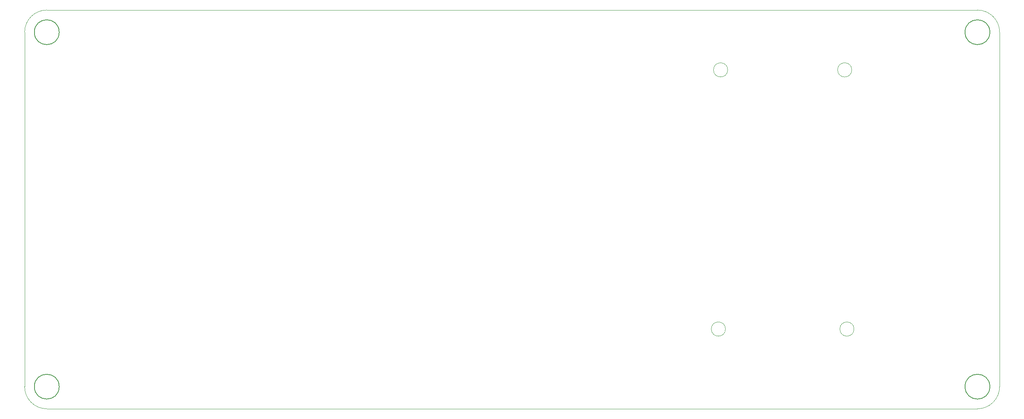
<source format=gbr>
%TF.GenerationSoftware,KiCad,Pcbnew,7.0.8*%
%TF.CreationDate,2024-12-10T03:26:12-06:00*%
%TF.ProjectId,CANBOARD_REV2,43414e42-4f41-4524-945f-524556322e6b,rev?*%
%TF.SameCoordinates,Original*%
%TF.FileFunction,Profile,NP*%
%FSLAX46Y46*%
G04 Gerber Fmt 4.6, Leading zero omitted, Abs format (unit mm)*
G04 Created by KiCad (PCBNEW 7.0.8) date 2024-12-10 03:26:12*
%MOMM*%
%LPD*%
G01*
G04 APERTURE LIST*
%TA.AperFunction,Profile*%
%ADD10C,0.100000*%
%TD*%
%TA.AperFunction,Profile*%
%ADD11C,0.150000*%
%TD*%
G04 APERTURE END LIST*
D10*
X44535000Y-31805000D02*
G75*
G03*
X39535000Y-36805000I0J-5000000D01*
G01*
X259535000Y-36805000D02*
G75*
G03*
X254535000Y-31805000I-5000000J0D01*
G01*
X44535000Y-31805000D02*
X254535000Y-31805000D01*
X39535000Y-116805000D02*
G75*
G03*
X44535000Y-121805000I5000000J0D01*
G01*
X39535000Y-116805000D02*
X39535000Y-36805000D01*
X254535000Y-121805000D02*
G75*
G03*
X259535000Y-116805000I0J5000000D01*
G01*
X259535000Y-36805000D02*
X259535000Y-116805000D01*
X254535000Y-121805000D02*
X44535000Y-121805000D01*
D11*
X257335000Y-116805000D02*
G75*
G03*
X257335000Y-116805000I-2800000J0D01*
G01*
X47335000Y-36805000D02*
G75*
G03*
X47335000Y-36805000I-2800000J0D01*
G01*
X257335000Y-36805000D02*
G75*
G03*
X257335000Y-36805000I-2800000J0D01*
G01*
X47335000Y-116805000D02*
G75*
G03*
X47335000Y-116805000I-2800000J0D01*
G01*
D10*
X226180000Y-45305000D02*
G75*
G03*
X226180000Y-45305000I-1600000J0D01*
G01*
X197680000Y-103805000D02*
G75*
G03*
X197680000Y-103805000I-1600000J0D01*
G01*
X198180000Y-45305000D02*
G75*
G03*
X198180000Y-45305000I-1600000J0D01*
G01*
X226680000Y-103805000D02*
G75*
G03*
X226680000Y-103805000I-1600000J0D01*
G01*
M02*

</source>
